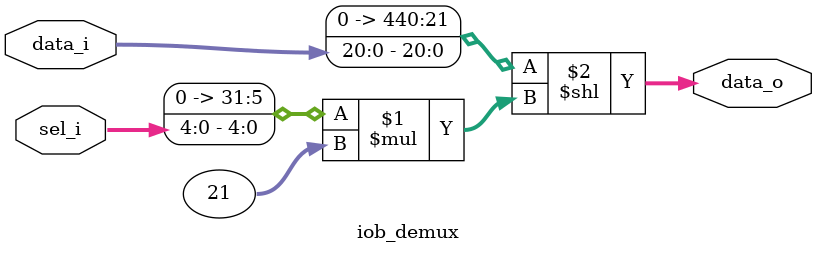
<source format=v>
module iob_demux(	// file.cleaned.mlir:2:3
  input  [4:0]   sel_i,	// file.cleaned.mlir:2:27
  input  [20:0]  data_i,	// file.cleaned.mlir:2:43
  output [440:0] data_o	// file.cleaned.mlir:2:62
);

  assign data_o = {420'h0, data_i} << {27'h0, sel_i} * 32'h15;	// file.cleaned.mlir:4:15, :5:16, :6:16, :7:10, :8:10, :9:10, :11:10, :12:5
endmodule


</source>
